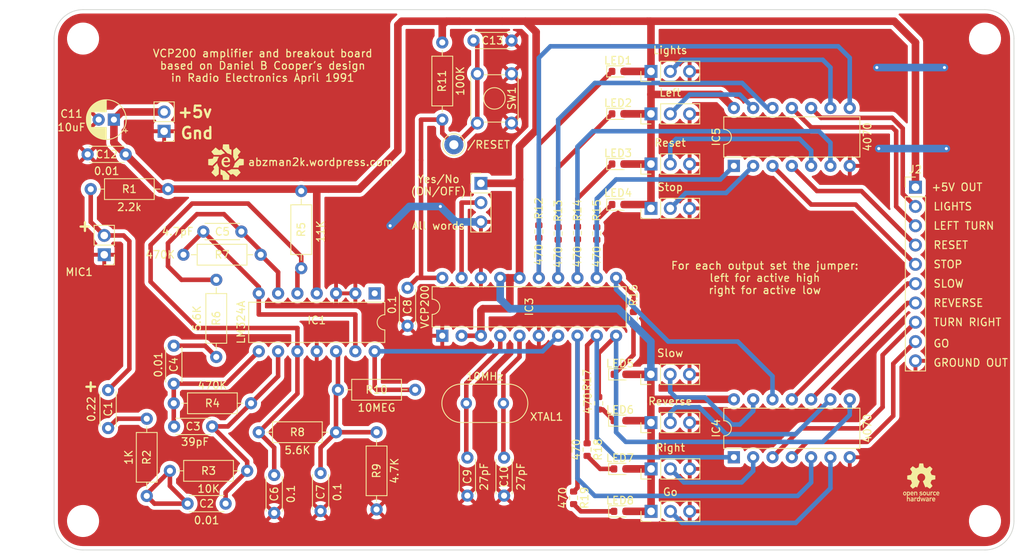
<source format=kicad_pcb>
(kicad_pcb (version 20211014) (generator pcbnew)
  (layers (0 "F.Cu" signal) (31 "B.Cu" signal) (34 "B.Paste" user) (35 "F.Paste" user) (36 "B.SilkS" user "B.Silkscreen") (37 "F.SilkS" user "F.Silkscreen") (38 "B.Mask" user) (39 "F.Mask" user) (44 "Edge.Cuts" user))
  (net 0 "")
  (net 1 "Net-(C1-Pad1)")
  (net 2 "Net-(C1-Pad2)")
  (net 3 "Net-(C2-Pad1)")
  (net 4 "Net-(C2-Pad2)")
  (net 5 "Net-(C3-Pad2)")
  (net 6 "Net-(C4-Pad2)")
  (net 7 "Net-(C5-Pad1)")
  (net 8 "Net-(C5-Pad2)")
  (net 9 "GND")
  (net 10 "Net-(C6-Pad2)")
  (net 11 "Net-(C7-Pad2)")
  (net 12 "Net-(C9-Pad2)")
  (net 13 "Net-(C10-Pad2)")
  (net 14 "+5V")
  (net 16 "Net-(IC1-Pad14)")
  (net 17 "Net-(IC3-Pad8)")
  (net 18 "Net-(IC3-Pad9)")
  (net 19 "Net-(IC3-Pad10)")
  (net 20 "Net-(IC3-Pad11)")
  (net 21 "Net-(IC3-Pad12)")
  (net 22 "Net-(IC3-Pad13)")
  (net 23 "Net-(IC3-Pad19)")
  (net 24 "Net-(IC3-Pad14)")
  (net 25 "/GO{slash}ON-NO")
  (net 26 "/TURN RIGHT{slash}YES-OFF")
  (net 27 "/REVERSE{slash}NOT SURE")
  (net 28 "/SLOW")
  (net 29 "/STOP")
  (net 30 "/TAXI")
  (net 31 "/LEFT TURN")
  (net 32 "/BUCKETS")
  (net 33 "/RESET")
  (net 34 "Net-(IC3-Pad15)")
  (net 35 "Net-(IC4-Pad9)")
  (net 36 "Net-(IC4-Pad13)")
  (net 37 "Net-(IC4-Pad2)")
  (net 38 "Net-(IC5-Pad2)")
  (net 39 "Net-(IC4-Pad6)")
  (net 40 "Net-(IC5-Pad9)")
  (net 41 "Net-(IC5-Pad13)")
  (net 42 "Net-(LED1-Pad1)")
  (net 43 "Net-(IC5-Pad5)")
  (net 44 "Net-(LED2-Pad1)")
  (net 45 "Net-(LED3-Pad1)")
  (net 46 "Net-(LED4-Pad1)")
  (net 47 "Net-(LED5-Pad1)")
  (net 48 "Net-(LED6-Pad1)")
  (net 49 "Net-(LED7-Pad1)")
  (net 50 "Net-(LED8-Pad1)")
  (footprint "Capacitor_THT:C_Disc_D4.3mm_W1.9mm_P5.00mm" (layer "F.Cu") (at 118.359 107.228 -90)
    (fp_text reference "C1")
    (fp_text value "0.22")
  )
  (footprint "Capacitor_THT:C_Disc_D4.3mm_W1.9mm_P5.00mm" (layer "F.Cu") (at 135.885 86.36 180)
    (fp_text reference "C5")
    (fp_text value "4.7pF")
  )
  (footprint "Connector_PinHeader_2.54mm:PinHeader_1x02_P2.54mm_Vertical" (layer "F.Cu") (at 125.725 73.157 180)
    (fp_text reference "J1" hide)
    (fp_text value "Input Power")
  )
  (footprint "LED_SMD:LED_0603_1608Metric" (layer "F.Cu") (at 185.674 117.602)
    (fp_text reference "LED7")
    (fp_text value "LED")
  )
  (footprint "Connector_PinHeader_2.54mm:PinHeader_1x02_P2.54mm_Vertical" (layer "F.Cu") (at 117.851 89.413 180)
    (fp_text reference "MIC1")
    (fp_text value "Microphone")
  )
  (footprint "LED_SMD:LED_0603_1608Metric" (layer "F.Cu") (at 185.674 111.252)
    (fp_text reference "LED6")
    (fp_text value "LED")
  )
  (footprint "MountingHole:MountingHole_3.2mm_M3" (layer "F.Cu") (at 233.68 60.96)
    (fp_text reference "H1" hide)
    (fp_text value "MountingHole")
  )
  (footprint "Capacitor_THT:C_Disc_D4.3mm_W1.9mm_P5.00mm" (layer "F.Cu") (at 140.203 123.404 90)
    (fp_text reference "C6")
    (fp_text value "0.1")
  )
  (footprint "Capacitor_THT:C_Disc_D4.3mm_W1.9mm_P5.00mm" (layer "F.Cu") (at 132.035 112.014 180)
    (fp_text reference "C3")
    (fp_text value "39pF")
  )
  (footprint "Capacitor_THT:C_Disc_D4.3mm_W1.9mm_P5.00mm" (layer "F.Cu") (at 166.41 61.214)
    (fp_text reference "C13")
    (fp_text value "0.1")
  )
  (footprint "Resistor_SMD:R_0603_1608Metric" (layer "F.Cu") (at 175.006 86.36 90)
    (fp_text reference "R12")
    (fp_text value "470")
  )
  (footprint "TestPoint:TestPoint_THTPad_D2.5mm_Drill1.2mm" (layer "F.Cu") (at 163.83 74.93)
    (fp_text reference "/RESET")
    (fp_text value "TestPoint_THTPad_D2.5mm_Drill1.2mm" hide)
  )
  (footprint "MountingHole:MountingHole_3.2mm_M3" (layer "F.Cu") (at 233.68 124.46)
    (fp_text reference "H2" hide)
    (fp_text value "MountingHole")
  )
  (footprint "Resistor_THT:R_Axial_DIN0207_L6.3mm_D2.5mm_P10.16mm_Horizontal" (layer "F.Cu") (at 132.583 102.87 90)
    (fp_text reference "R6")
    (fp_text value "5.6K")
  )
  (footprint "Button_Switch_THT:SW_TH_Tactile_Omron_B3F-10xx" (layer "F.Cu") (at 166.914 72.084 90)
    (fp_text reference "SW1")
    (fp_text value "SW_MEC_5E")
  )
  (footprint "Evan's misc parts:Evan Logo" (layer "F.Cu") (at 133.858 77.216)
    (fp_text reference "G***" hide)
    (fp_text value "LOGO" hide)
  )
  (footprint "Resistor_SMD:R_0603_1608Metric" (layer "F.Cu") (at 180.086 86.551 90)
    (fp_text reference "R14")
    (fp_text value "470")
  )
  (footprint "Resistor_THT:R_Axial_DIN0207_L6.3mm_D2.5mm_P10.16mm_Horizontal" (layer "F.Cu") (at 116.073 80.772)
    (fp_text reference "R1")
    (fp_text value "2.2k")
  )
  (footprint "Package_DIP:DIP-14_W7.62mm" (layer "F.Cu") (at 200.655 116.068 90)
    (fp_text reference "IC4")
    (fp_text value "4070")
  )
  (footprint "Capacitor_THT:C_Disc_D4.3mm_W1.9mm_P5.00mm" (layer "F.Cu") (at 170.434 121.118 90)
    (fp_text reference "C10")
    (fp_text value "27pF")
  )
  (footprint "Resistor_THT:R_Axial_DIN0207_L6.3mm_D2.5mm_P10.16mm_Horizontal" (layer "F.Cu") (at 143.759 91.186 90)
    (fp_text reference "R5")
    (fp_text value "11K")
  )
  (footprint "Connector_PinHeader_2.54mm:PinHeader_1x03_P2.54mm_Vertical" (layer "F.Cu") (at 167.386 80.01)
    (fp_text reference "JU1" hide)
    (fp_text value "MODE" hide)
  )
  (footprint "LED_SMD:LED_0603_1608Metric" (layer "F.Cu") (at 185.674 123.19)
    (fp_text reference "LED8")
    (fp_text value "LED")
  )
  (footprint "Resistor_SMD:R_0603_1608Metric" (layer "F.Cu") (at 182.88 108.966 -90)
    (fp_text reference "R17")
    (fp_text value "470")
  )
  (footprint "Resistor_THT:R_Axial_DIN0207_L6.3mm_D2.5mm_P10.16mm_Horizontal" (layer "F.Cu") (at 148.585 107.188)
    (fp_text reference "R10")
    (fp_text value "10MEG")
  )
  (footprint "Resistor_THT:R_Axial_DIN0207_L6.3mm_D2.5mm_P10.16mm_Horizontal" (layer "F.Cu") (at 126.487 117.856)
    (fp_text reference "R3")
    (fp_text value "10K")
  )
  (footprint "Connector_PinHeader_2.54mm:PinHeader_1x10_P2.54mm_Vertical" (layer "F.Cu") (at 224.536 80.518)
    (fp_text reference "J2")
    (fp_text value "Output")
  )
  (footprint "Package_DIP:DIP-14_W7.62mm" (layer "F.Cu") (at 200.655 77.714 90)
    (fp_text reference "IC5")
    (fp_text value "4070")
  )
  (footprint "LED_SMD:LED_0603_1608Metric" (layer "F.Cu") (at 185.674 105.156)
    (fp_text reference "LED5")
    (fp_text value "LED")
  )
  (footprint "MountingHole:MountingHole_3.2mm_M3" (layer "F.Cu") (at 115.062 60.96)
    (fp_text reference "H3" hide)
    (fp_text value "MountingHole")
  )
  (footprint "Connector_PinHeader_2.54mm:PinHeader_1x03_P2.54mm_Vertical" (layer "F.Cu") (at 189.753 83.312 90)
    (fp_text reference "JU7" hide)
    (fp_text value "Stop")
  )
  (footprint "MountingHole:MountingHole_3.2mm_M3" (layer "F.Cu") (at 115.062 124.46)
    (fp_text reference "H4" hide)
    (fp_text value "MountingHole")
  )
  (footprint "LED_SMD:LED_0603_1608Metric" (layer "F.Cu") (at 185.42 77.47)
    (fp_text reference "LED3")
    (fp_text value "LED")
  )
  (footprint "Resistor_SMD:R_0603_1608Metric" (layer "F.Cu") (at 182.626 86.614 90)
    (fp_text reference "R15")
    (fp_text value "470")
  )
  (footprint "Crystal:Crystal_HC49-U_Vertical" (layer "F.Cu") (at 170.344 108.966 180)
    (fp_text reference "XTAL1")
    (fp_text value "10MHz")
  )
  (footprint "Connector_PinHeader_2.54mm:PinHeader_1x03_P2.54mm_Vertical" (layer "F.Cu") (at 189.768 117.602 90)
    (fp_text reference "JU4" hide)
    (fp_text value "Right")
  )
  (footprint "LED_SMD:LED_0603_1608Metric" (layer "F.Cu") (at 185.42 82.804)
    (fp_text reference "LED4")
    (fp_text value "LED")
  )
  (footprint "Evan's misc parts:OSHW gear" (layer "F.Cu") (at 225.298 119.38)
    (fp_text reference "G***" hide)
    (fp_text value "LOGO" hide)
  )
  (footprint "LED_SMD:LED_0603_1608Metric" (layer "F.Cu") (at 185.42 65.278)
    (fp_text reference "LED1")
    (fp_text value "LED")
  )
  (footprint "Capacitor_THT:CP_Radial_D5.0mm_P2.00mm" (layer "F.Cu") (at 119.121 71.628 180)
    (fp_text reference "C11")
    (fp_text value "10uF")
  )
  (footprint "Resistor_SMD:R_0603_1608Metric" (layer "F.Cu") (at 187.452 97.79 -90)
    (fp_text reference "R16")
    (fp_text value "470")
  )
  (footprint "Connector_PinHeader_2.54mm:PinHeader_1x03_P2.54mm_Vertical" (layer "F.Cu") (at 189.738 105.156 90)
    (fp_text reference "JU6" hide)
    (fp_text value "Slow")
  )
  (footprint "Connector_PinHeader_2.54mm:PinHeader_1x03_P2.54mm_Vertical" (layer "F.Cu") (at 189.753 77.47 90)
    (fp_text reference "JU8" hide)
    (fp_text value "Reset")
  )
  (footprint "Resistor_THT:R_Axial_DIN0207_L6.3mm_D2.5mm_P10.16mm_Horizontal" (layer "F.Cu") (at 138.425 89.408 180)
    (fp_text reference "R7")
    (fp_text value "470K")
  )
  (footprint "Resistor_SMD:R_0603_1608Metric" (layer "F.Cu") (at 177.546 86.614 90)
    (fp_text reference "R13")
    (fp_text value "470")
  )
  (footprint "Package_DIP:DIP-20_W7.62mm" (layer "F.Cu") (at 162.306 100.076 90)
    (fp_text reference "IC3")
    (fp_text value "VCP200")
  )
  (footprint "Connector_PinHeader_2.54mm:PinHeader_1x03_P2.54mm_Vertical" (layer "F.Cu") (at 189.753 70.866 90)
    (fp_text reference "JU9" hide)
    (fp_text value "Left")
  )
  (footprint "Capacitor_THT:C_Disc_D4.3mm_W1.9mm_P5.00mm" (layer "F.Cu") (at 115.665887 76.2)
    (fp_text reference "C12")
    (fp_text value "0.01")
  )
  (footprint "Package_DIP:DIP-14_W7.62mm" (layer "F.Cu") (at 153.416 94.498 -90)
    (fp_text reference "IC1")
    (fp_text value "LM324A")
  )
  (footprint "LED_SMD:LED_0603_1608Metric" (layer "F.Cu") (at 185.42 70.866)
    (fp_text reference "LED2")
    (fp_text value "LED")
  )
  (footprint "Resistor_SMD:R_0603_1608Metric" (layer "F.Cu") (at 179.578 121.412 -90)
    (fp_text reference "R19")
    (fp_text value "470")
  )
  (footprint "Connector_PinHeader_2.54mm:PinHeader_1x03_P2.54mm_Vertical" (layer "F.Cu") (at 189.768 123.19 90)
    (fp_text reference "JU3" hide)
    (fp_text value "Go")
  )
  (footprint "Resistor_THT:R_Axial_DIN0207_L6.3mm_D2.5mm_P10.16mm_Horizontal" (layer "F.Cu") (at 162.306 71.628 90)
    (fp_text reference "R11")
    (fp_text value "100K")
  )
  (footprint "Resistor_THT:R_Axial_DIN0207_L6.3mm_D2.5mm_P10.16mm_Horizontal" (layer "F.Cu") (at 137.155 108.966 180)
    (fp_text reference "R4")
    (fp_text value "470K")
  )
  (footprint "Capacitor_THT:C_Disc_D4.3mm_W1.9mm_P5.00mm" (layer "F.Cu") (at 146.299 123.15 90)
    (fp_text reference "C7")
    (fp_text value "0.1")
  )
  (footprint "Connector_PinHeader_2.54mm:PinHeader_1x03_P2.54mm_Vertical" (layer "F.Cu") (at 189.753 111.506 90)
    (fp_text reference "JU5" hide)
    (fp_text value "Reverse")
  )
  (footprint "Connector_PinHeader_2.54mm:PinHeader_1x03_P2.54mm_Vertical" (layer "F.Cu") (at 189.753 65.278 90)
    (fp_text reference "JU10" hide)
    (fp_text value "Lights")
  )
  (footprint "Resistor_THT:R_Axial_DIN0207_L6.3mm_D2.5mm_P10.16mm_Horizontal" (layer "F.Cu") (at 138.171 112.776)
    (fp_text reference "R8")
    (fp_text value "5.6K")
  )
  (footprint "Resistor_THT:R_Axial_DIN0207_L6.3mm_D2.5mm_P10.16mm_Horizontal" (layer "F.Cu") (at 153.665 122.936 90)
    (fp_text reference "R9")
    (fp_text value "4.7K")
  )
  (footprint "Capacitor_THT:C_Disc_D4.3mm_W1.9mm_P5.00mm" (layer "F.Cu") (at 165.608 121.118 90)
    (fp_text reference "C9")
    (fp_text value "27pF")
  )
  (footprint "Capacitor_THT:C_Disc_D4.3mm_W1.9mm_P5.00mm" (layer "F.Cu") (at 126.995 106.386 90)
    (fp_text reference "C4")
    (fp_text value "0.01")
  )
  (footprint "Capacitor_THT:C_Disc_D4.3mm_W1.9mm_P5.00mm" (layer "F.Cu") (at 128.813 122.174)
    (fp_text reference "C2")
    (fp_text value "0.01")
  )
  (footprint "Resistor_SMD:R_0603_1608Metric" (layer "F.Cu") (at 181.356 115.062 -90)
    (fp_text reference "R18")
    (fp_text value "470")
  )
  (footprint "Resistor_THT:R_Axial_DIN0207_L6.3mm_D2.5mm_P10.16mm_Horizontal" (layer "F.Cu") (at 123.439 110.998 -90)
    (fp_text reference "R2")
    (fp_text value "1K")
  )
  (footprint "Capacitor_THT:C_Disc_D4.3mm_W1.9mm_P5.00mm" (layer "F.Cu") (at 157.734 98.766 90)
    (fp_text reference "C8")
    (fp_text value "0.1")
  )
  (gr_arc (start 115.062 128.27) (mid 112.367923 127.154077) (end 111.252 124.46) (layer "Edge.Cuts") (width 0.1))
  (gr_line (start 237.49 124.46) (end 237.49 60.96) (layer "Edge.Cuts") (width 0.1))
  (gr_line (start 115.062 57.15) (end 233.68 57.15) (layer "Edge.Cuts") (width 0.1))
  (gr_arc (start 111.252 60.96) (mid 112.367923 58.265923) (end 115.062 57.15) (layer "Edge.Cuts") (width 0.1))
  (gr_arc (start 237.49 124.46) (mid 236.374077 127.154077) (end 233.68 128.27) (layer "Edge.Cuts") (width 0.1))
  (gr_line (start 111.252 60.96) (end 111.252 124.46) (layer "Edge.Cuts") (width 0.1))
  (gr_line (start 115.062 128.27) (end 233.68 128.27) (layer "Edge.Cuts") (width 0.1))
  (gr_arc (start 233.68 57.15) (mid 236.374077 58.265923) (end 237.49 60.96) (layer "Edge.Cuts") (width 0.1))
  (gr_text "SLOW" (at 226.822 93.218) (layer "F.SilkS") (effects (font (size 1 1)) (justify left)))
  (gr_text "RESET" (at 226.822 88.138) (layer "F.SilkS") (effects (font (size 1 1)) (justify left)))
  (gr_text "+5v" (at 129.789 70.612) (layer "F.SilkS") (effects (font (size 1.5 1.5) (thickness 0.3))))
  (gr_text "+5V OUT" (at 226.568 80.518) (layer "F.SilkS") (effects (font (size 1 1)) (justify left)))
  (gr_text "Gnd" (at 130.043 73.406) (layer "F.SilkS") (effects (font (size 1.5 1.5) (thickness 0.3))))
  (gr_text "STOP" (at 226.822 90.678) (layer "F.SilkS") (effects (font (size 1 1)) (justify left)))
  (gr_text "GROUND OUT" (at 226.822 103.632) (layer "F.SilkS") (effects (font (size 1 1)) (justify left)))
  (gr_text "GO" (at 226.822 101.092) (layer "F.SilkS") (effects (font (size 1 1)) (justify left)))
  (gr_text "LEFT TURN" (at 226.822 85.598) (layer "F.SilkS") (effects (font (size 1 1)) (justify left)))
  (gr_text "TURN RIGHT" (at 226.822 98.298) (layer "F.SilkS") (effects (font (size 1 1)) (justify left)))
  (gr_text "For each output set the jumper:\nleft for active high\nright for active low" (at 204.724 92.456) (layer "F.SilkS") (effects (font (size 1 1))))
  (gr_text "Yes/No\n(ON/OFF)" (at 161.798 80.264) (layer "F.SilkS") (effects (font (size 1 1))))
  (gr_text "REVERSE" (at 226.822 95.758) (layer "F.SilkS") (effects (font (size 1 1)) (justify left)))
  (gr_text "VCP200 amplifier and breakout board\nbased on Daniel B Cooper's design\nin Radio Electronics April 1991" (at 138.684 64.516) (layer "F.SilkS") (effects (font (size 1 1))))
  (gr_text "+" (at 116.073 106.68) (layer "F.SilkS") (effects (font (size 1.5 1.5) (thickness 0.3))))
  (gr_text "LIGHTS" (at 226.822 83.058) (layer "F.SilkS") (effects (font (size 1 1)) (justify left)))
  (gr_text "abzman2k.wordpress.com" (at 146.304 77.216) (layer "F.SilkS") (effects (font (size 1 1))))
  (gr_text "All words" (at 161.798 85.598) (layer "F.SilkS") (effects (font (size 1 1))))
  (gr_text "+" (at 115.311 85.598) (layer "F.SilkS") (effects (font (size 1.5 1.5) (thickness 0.3))))
  (segment (start 116.073 85.095) (end 117.851 86.873) (width 0.6) (layer "F.Cu") (net 1))
  (segment (start 120.396 86.873) (end 121.153 87.63) (width 0.6) (layer "F.Cu") (net 1))
  (segment (start 121.153 104.434) (end 118.359 107.228) (width 0.6) (layer "F.Cu") (net 1))
  (segment (start 117.851 86.873) (end 120.396 86.873) (width 0.6) (layer "F.Cu") (net 1))
  (segment (start 121.153 87.63) (end 121.153 104.434) (width 0.6) (layer "F.Cu") (net 1))
  (segment (start 116.073 80.772) (end 116.073 85.095) (width 0.6) (layer "F.Cu") (net 1))
  (segment (start 123.439 110.998) (end 119.589 110.998) (width 0.6) (layer "F.Cu") (net 2))
  (segment (start 119.589 110.998) (end 118.359 112.228) (width 0.6) (layer "F.Cu") (net 2))
  (segment (start 126.487 117.856) (end 126.487 119.848) (width 0.6) (layer "F.Cu") (net 3))
  (segment (start 124.455 122.174) (end 123.439 121.158) (width 0.6) (layer "F.Cu") (net 3))
  (segment (start 126.487 119.848) (end 128.813 122.174) (width 0.6) (layer "F.Cu") (net 3))
  (segment (start 123.439 120.904) (end 126.487 117.856) (width 0.6) (layer "F.Cu") (net 3))
  (segment (start 128.813 122.174) (end 124.455 122.174) (width 0.6) (layer "F.Cu") (net 3))
  (segment (start 123.439 121.158) (end 123.439 120.904) (width 0.6) (layer "F.Cu") (net 3))
  (segment (start 133.813 120.69) (end 136.647 117.856) (width 0.6) (layer "F.Cu") (net 4))
  (segment (start 140.716 105.405) (end 137.155 108.966) (width 0.6) (layer "F.Cu") (net 4))
  (segment (start 136.647 116.626) (end 132.035 112.014) (width 0.6) (layer "F.Cu") (net 4))
  (segment (start 140.716 102.118) (end 140.716 105.405) (width 0.6) (layer "F.Cu") (net 4))
  (segment (start 136.647 117.856) (end 136.647 116.626) (width 0.6) (layer "F.Cu") (net 4))
  (segment (start 133.813 122.174) (end 133.813 120.69) (width 0.6) (layer "F.Cu") (net 4))
  (segment (start 134.107 112.014) (end 137.155 108.966) (width 0.6) (layer "F.Cu") (net 4))
  (segment (start 132.035 112.014) (end 134.107 112.014) (width 0.6) (layer "F.Cu") (net 4))
  (segment (start 126.995 111.974) (end 127.035 112.014) (width 0.6) (layer "F.Cu") (net 5))
  (segment (start 133.908 106.386) (end 138.176 102.118) (width 0.6) (layer "F.Cu") (net 5))
  (segment (start 126.995 106.386) (end 133.908 106.386) (width 0.6) (layer "F.Cu") (net 5))
  (segment (start 126.995 106.386) (end 126.995 108.966) (width 0.6) (layer "F.Cu") (net 5))
  (segment (start 126.995 108.966) (end 126.995 111.974) (width 0.6) (layer "F.Cu") (net 5))
  (segment (start 126.995 101.386) (end 131.099 101.386) (width 0.6) (layer "F.Cu") (net 6))
  (segment (start 131.099 101.386) (end 132.583 102.87) (width 0.6) (layer "F.Cu") (net 6))
  (segment (start 132.583 92.71) (end 128.011 92.71) (width 0.6) (layer "F.Cu") (net 7))
  (segment (start 140.716 94.498) (end 140.716 91.699) (width 0.6) (layer "F.Cu") (net 7))
  (segment (start 133.599 84.074) (end 135.885 86.36) (width 0.6) (layer "F.Cu") (net 7))
  (segment (start 140.716 91.699) (end 138.425 89.408) (width 0.6) (layer "F.Cu") (net 7))
  (segment (start 128.011 92.71) (end 126.233 90.932) (width 0.6) (layer "F.Cu") (net 7))
  (segment (start 138.425 88.9) (end 135.885 86.36) (width 0.6) (layer "F.Cu") (net 7))
  (segment (start 130.043 84.074) (end 133.599 84.074) (width 0.6) (layer "F.Cu") (net 7))
  (segment (start 138.425 89.408) (end 138.425 88.9) (width 0.6) (layer "F.Cu") (net 7))
  (segment (start 126.233 90.932) (end 126.233 87.884) (width 0.6) (layer "F.Cu") (net 7))
  (segment (start 126.233 87.884) (end 130.043 84.074) (width 0.6) (layer "F.Cu") (net 7))
  (segment (start 150.876 97.287) (end 150.876 102.118) (width 0.6) (layer "F.Cu") (net 8))
  (segment (start 130.885 86.36) (end 138.176 93.651) (width 0.6) (layer "F.Cu") (net 8))
  (segment (start 128.265 89.408) (end 128.265 88.98) (width 0.6) (layer "F.Cu") (net 8))
  (segment (start 128.265 88.98) (end 130.885 86.36) (width 0.6) (layer "F.Cu") (net 8))
  (segment (start 138.176 93.651) (end 138.176 94.498) (width 0.6) (layer "F.Cu") (net 8))
  (segment (start 138.176 97.277) (end 150.866 97.277) (width 0.6) (layer "F.Cu") (net 8))
  (segment (start 150.866 97.277) (end 150.876 97.287) (width 0.6) (layer "F.Cu") (net 8))
  (segment (start 138.176 94.498) (end 138.176 97.277) (width 0.6) (layer "F.Cu") (net 8))
  (via (at 228.346 64.77) (size 0.8) (drill 0.4) (layers "F.Cu" "B.Cu") (net 9))
  (via (at 219.456 64.77) (size 0.8) (drill 0.4) (layers "F.Cu" "B.Cu") (net 9))
  (via (at 228.6 75.438) (size 0.8) (drill 0.4) (layers "F.Cu" "B.Cu") (net 9))
  (via (at 219.71 75.438) (size 0.8) (drill 0.4) (layers "F.Cu" "B.Cu") (net 9))
  (via (at 162.052 83.058) (size 0.8) (drill 0.4) (layers "F.Cu" "B.Cu") (net 9))
  (via (at 155.448 85.598) (size 0.8) (drill 0.4) (layers "F.Cu" "B.Cu") (net 9))
  (segment (start 157.988 83.058) (end 155.448 85.598) (width 1) (layer "B.Cu") (net 9))
  (segment (start 219.71 75.438) (end 228.6 75.438) (width 1) (layer "B.Cu") (net 9))
  (segment (start 162.052 83.058) (end 157.988 83.058) (width 1) (layer "B.Cu") (net 9))
  (segment (start 219.456 64.77) (end 228.346 64.77) (width 1) (layer "B.Cu") (net 9))
  (segment (start 167.386 85.09) (end 164.084 85.09) (width 1) (layer "B.Cu") (net 9))
  (segment (start 164.084 85.09) (end 162.052 83.058) (width 1) (layer "B.Cu") (net 9))
  (segment (start 136.774 82.677) (end 143.759 89.662) (width 0.6) (layer "F.Cu") (net 10))
  (segment (start 138.171 112.776) (end 143.256 107.691) (width 0.6) (layer "F.Cu") (net 10))
  (segment (start 143.256 107.691) (end 143.256 102.118) (width 0.6) (layer "F.Cu") (net 10))
  (segment (start 143.256 91.689) (end 143.759 91.186) (width 0.6) (layer "F.Cu") (net 10))
  (segment (start 123.947 92.964) (end 123.947 88.138) (width 0.6) (layer "F.Cu") (net 10))
  (segment (start 123.947 88.138) (end 129.408 82.677) (width 0.6) (layer "F.Cu") (net 10))
  (segment (start 143.256 94.498) (end 143.256 91.689) (width 0.6) (layer "F.Cu") (net 10))
  (segment (start 143.256 99.065) (end 143.251 99.06) (width 0.6) (layer "F.Cu") (net 10))
  (segment (start 140.203 118.404) (end 140.203 114.808) (width 0.6) (layer "F.Cu") (net 10))
  (segment (start 143.759 89.662) (end 143.759 91.186) (width 0.6) (layer "F.Cu") (net 10))
  (segment (start 129.408 82.677) (end 136.774 82.677) (width 0.6) (layer "F.Cu") (net 10))
  (segment (start 143.251 99.06) (end 130.043 99.06) (width 0.6) (layer "F.Cu") (net 10))
  (segment (start 143.256 102.118) (end 143.256 99.065) (width 0.6) (layer "F.Cu") (net 10))
  (segment (start 130.043 99.06) (end 123.947 92.964) (width 0.6) (layer "F.Cu") (net 10))
  (segment (start 140.203 114.808) (end 138.171 112.776) (width 0.6) (layer "F.Cu") (net 10))
  (segment (start 148.585 107.188) (end 148.585 102.367) (width 0.6) (layer "F.Cu") (net 11))
  (segment (start 146.299 118.15) (end 146.299 114.808) (width 0.6) (layer "F.Cu") (net 11))
  (segment (start 148.585 102.367) (end 148.336 102.118) (width 0.6) (layer "F.Cu") (net 11))
  (segment (start 153.665 112.776) (end 148.331 112.776) (width 0.6) (layer "F.Cu") (net 11))
  (segment (start 148.331 112.776) (end 148.331 107.442) (width 0.6) (layer "F.Cu") (net 11))
  (segment (start 146.299 114.808) (end 148.331 112.776) (width 0.6) (layer "F.Cu") (net 11))
  (segment (start 148.331 107.442) (end 148.585 107.188) (width 0.6) (layer "F.Cu") (net 11))
  (segment (start 165.464 106.316) (end 169.926 101.854) (width 0.6) (layer "F.Cu") (net 12))
  (segment (start 165.464 115.974) (end 165.608 116.118) (width 0.6) (layer "F.Cu") (net 12))
  (segment (start 165.464 108.966) (end 165.464 106.316) (width 0.6) (layer "F.Cu") (net 12))
  (segment (start 165.464 108.966) (end 165.464 115.974) (width 0.6) (layer "F.Cu") (net 12))
  (segment (start 169.926 101.854) (end 169.926 100.076) (width 0.6) (layer "F.Cu") (net 12))
  (segment (start 170.344 108.966) (end 170.344 116.028) (width 0.6) (layer "F.Cu") (net 13))
  (segment (start 170.344 116.028) (end 170.434 116.118) (width 0.6) (layer "F.Cu") (net 13))
  (segment (start 170.344 104.992) (end 172.466 102.87) (width 0.6) (layer "F.Cu") (net 13))
  (segment (start 170.344 108.966) (end 170.344 104.992) (width 0.6) (layer "F.Cu") (net 13))
  (segment (start 172.466 102.87) (end 172.466 100.076) (width 0.6) (layer "F.Cu") (net 13))
  (segment (start 170.18 58.674) (end 164.592 58.674) (width 1) (layer "F.Cu") (net 14))
  (segment (start 189.753 65.278) (end 189.753 68.311) (width 1) (layer "F.Cu") (net 14))
  (segment (start 189.738 108.712) (end 189.738 111.491) (width 1) (layer "F.Cu") (net 14))
  (segment (start 162.306 61.468) (end 162.306 59.182) (width 1) (layer "F.Cu") (net 14))
  (segment (start 200.655 70.094) (end 198.872 68.311) (width 1) (layer "F.Cu") (net 14))
  (segment (start 126.233 80.772) (end 125.237887 80.772) (width 1) (layer "F.Cu") (net 14))
  (segment (start 189.245 82.804) (end 189.753 83.312) (width 1) (layer "F.Cu") (net 14))
  (segment (start 186.4615 123.19) (end 189.768 123.19) (width 1) (layer "F.Cu") (net 14))
  (segment (start 189.753 68.311) (end 189.753 70.866) (width 1) (layer "F.Cu") (net 14))
  (segment (start 186.2075 65.278) (end 189.753 65.278) (width 1) (layer "F.Cu") (net 14))
  (segment (start 119.121 71.628) (end 119.121 73.914) (width 1) (layer "F.Cu") (net 14))
  (segment (start 189.753 70.866) (end 189.753 77.47) (width 1) (layer "F.Cu") (net 14))
  (segment (start 189.753 58.689) (end 189.753 65.278) (width 1) (layer "F.Cu") (net 14))
  (segment (start 171.958 80.01) (end 172.466 79.502) (width 1) (layer "F.Cu") (net 14))
  (segment (start 189.738 105.156) (end 189.738 108.712) (width 1) (layer "F.Cu") (net 14))
  (segment (start 167.386 80.01) (end 171.958 80.01) (width 1) (layer "F.Cu") (net 14))
  (segment (start 145.796 81.026) (end 146.05 80.772) (width 1) (layer "F.Cu") (net 14))
  (segment (start 162.306 59.182) (end 162.814 58.674) (width 1) (layer "F.Cu") (net 14))
  (segment (start 186.4615 105.156) (end 189.738 105.156) (width 1) (layer "F.Cu") (net 14))
  (segment (start 151.384 80.772) (end 156.464 75.692) (width 1) (layer "F.Cu") (net 14))
  (segment (start 186.2075 77.47) (end 189.753 77.47) (width 1) (layer "F.Cu") (net 14))
  (segment (start 221.742 58.674) (end 224.536 61.468) (width 1) (layer "F.Cu") (net 14))
  (segment (start 189.23 58.674) (end 189.738 58.674) (width 1) (layer "F.Cu") (net 14))
  (segment (start 173.228 58.674) (end 174.647511 60.093511) (width 1) (layer "F.Cu") (net 14))
  (segment (start 170.942 92.456) (end 172.466 92.456) (width 1) (layer "F.Cu") (net 14))
  (segment (start 174.647511 60.093511) (end 174.647511 73.002489) (width 1) (layer "F.Cu") (net 14))
  (segment (start 145.029 80.772) (end 146.05 80.772) (width 1) (layer "F.Cu") (net 14))
  (segment (start 173.228 58.674) (end 184.404 58.674) (width 1) (layer "F.Cu") (net 14))
  (segment (start 198.872 68.311) (end 189.753 68.311) (width 1) (layer "F.Cu") (net 14))
  (segment (start 156.464 75.692) (end 156.464 59.182) (width 1) (layer "F.Cu") (net 14))
  (segment (start 164.592 58.674) (end 162.814 58.674) (width 1) (layer "F.Cu") (net 14))
  (segment (start 224.536 61.468) (end 224.536 80.518) (width 1) (layer "F.Cu") (net 14))
  (segment (start 186.2075 70.866) (end 189.753 70.866) (width 1) (layer "F.Cu") (net 14))
  (segment (start 126.233 80.772) (end 145.029 80.772) (width 1) (layer "F.Cu") (net 14))
  (segment (start 171.196 93.218) (end 171.196 92.71) (width 1) (layer "F.Cu") (net 14))
  (segment (start 119.121 74.655113) (end 120.665887 76.2) (width 1) (layer "F.Cu") (net 14))
  (segment (start 169.926 92.456) (end 170.942 92.456) (width 1) (layer "F.Cu") (net 14))
  (segment (start 156.464 59.182) (end 156.972 58.674) (width 1) (layer "F.Cu") (net 14))
  (segment (start 145.796 94.498) (end 145.796 81.026) (width 1) (layer "F.Cu") (net 14))
  (segment (start 167.386 96.774) (end 167.386 100.076) (width 1) (layer "F.Cu") (net 14))
  (segment (start 184.404 58.674) (end 189.23 58.674) (width 1) (layer "F.Cu") (net 14))
  (segment (start 189.738 58.674) (end 189.753 58.689) (width 1) (layer "F.Cu") (net 14))
  (segment (start 189.499 111.252) (end 189.753 111.506) (width 1) (layer "F.Cu") (net 14))
  (segment (start 190.002 108.448) (end 189.738 108.712) (width 1) (layer "F.Cu") (net 14))
  (segment (start 167.386 100.076) (end 164.846 100.076) (width 0.6) (layer "F.Cu") (net 14))
  (segment (start 119.121 73.914) (end 119.121 74.655113) (width 1) (layer "F.Cu") (net 14))
  (segment (start 172.466 79.502) (end 172.466 92.456) (width 1) (layer "F.Cu") (net 14))
  (segment (start 125.725 70.617) (end 120.132 70.617) (width 1) (layer "F.Cu") (net 14))
  (segment (start 189.768 111.521) (end 189.753 111.506) (width 1) (layer "F.Cu") (net 14))
  (segment (start 171.196 92.71) (end 170.942 92.456) (width 1) (layer "F.Cu") (net 14))
  (segment (start 189.738 111.491) (end 189.753 111.506) (width 1) (layer "F.Cu") (net 14))
  (segment (start 125.237887 80.772) (end 120.665887 76.2) (width 1) (layer "F.Cu") (net 14))
  (segment (start 186.2075 82.804) (end 189.245 82.804) (width 1) (layer "F.Cu") (net 14))
  (segment (start 171.196 96.52) (end 171.196 93.218) (width 1) (layer "F.Cu") (net 14))
  (segment (start 186.4615 111.252) (end 189.499 111.252) (width 1) (layer "F.Cu") (net 14))
  (segment (start 174.647511 73.002489) (end 172.466 75.184) (width 1) (layer "F.Cu") (net 14))
  (segment (start 186.4615 117.602) (end 189.768 117.602) (width 1) (layer "F.Cu") (net 14))
  (segment (start 171.196 96.52) (end 167.64 96.52) (width 1) (layer "F.Cu") (net 14))
  (segment (start 120.132 70.617) (end 119.121 71.628) (width 1) (layer "F.Cu") (net 14))
  (segment (start 189.753 77.47) (end 189.753 83.312) (width 1) (layer "F.Cu") (net 14))
  (segment (start 189.768 123.19) (end 189.768 117.602) (width 1) (layer "F.Cu") (net 14))
  (segment (start 221.742 58.674) (end 189.23 58.674) (width 1) (layer "F.Cu") (net 14))
  (segment (start 200.655 108.448) (end 190.002 108.448) (width 1) (layer "F.Cu") (net 14))
  (segment (start 170.18 58.674) (end 173.228 58.674) (width 1) (layer "F.Cu") (net 14))
  (segment (start 156.972 58.674) (end 164.592 58.674) (width 1) (layer "F.Cu") (net 14))
  (segment (start 167.64 96.52) (end 167.386 96.774) (width 1) (layer "F.Cu") (net 14))
  (segment (start 147.32 80.772) (end 151.384 80.772) (width 1) (layer "F.Cu") (net 14))
  (segment (start 172.466 75.184) (end 172.466 79.502) (width 1) (layer "F.Cu") (net 14))
  (segment (start 189.768 117.602) (end 189.768 111.521) (width 1) (layer "F.Cu") (net 14))
  (segment (start 146.05 80.772) (end 147.32 80.772) (width 1) (layer "F.Cu") (net 14))
  (segment (start 169.926 95.25) (end 169.926 92.456) (width 1) (layer "B.Cu") (net 14))
  (segment (start 189.738 100.838) (end 185.42 96.52) (width 1) (layer "B.Cu") (net 14))
  (segment (start 189.738 105.156) (end 189.738 100.838) (width 1) (layer "B.Cu") (net 14))
  (segment (start 185.42 96.52) (end 171.196 96.52) (width 1) (layer "B.Cu") (net 14))
  (segment (start 171.196 96.52) (end 169.926 95.25) (width 1) (layer "B.Cu") (net 14))
  (segment (start 153.665 107.188) (end 158.745 107.188) (width 0.6) (layer "F.Cu") (net 16))
  (segment (start 153.416 106.939) (end 153.665 107.188) (width 0.6) (layer "F.Cu") (net 16))
  (segment (start 153.416 102.118) (end 153.416 106.939) (width 0.6) (layer "F.Cu") (net 16))
  (segment (start 177.546 100.076) (end 175.504 102.118) (width 0.6) (layer "B.Cu") (net 16))
  (segment (start 175.504 102.118) (end 153.416 102.118) (width 0.6) (layer "B.Cu") (net 16))
  (segment (start 180.086 120.079) (end 180.086 100.076) (width 0.6) (layer "F.Cu") (net 17))
  (segment (start 179.578 120.587) (end 180.086 120.079) (width 0.6) (layer "F.Cu") (net 17))
  (segment (start 180.086 100.076) (end 180.086 118.872) (width 0.6) (layer "B.Cu") (net 17))
  (segment (start 209.042 121.158) (end 182.372 121.158) (width 0.6) (layer "B.Cu") (net 17))
  (segment (start 210.815 119.385) (end 210.815 116.068) (width 0.6) (layer "B.Cu") (net 17))
  (segment (start 180.086 118.872) (end 182.372 121.158) (width 0.6) (layer "B.Cu") (net 17))
  (segment (start 209.042 121.158) (end 210.815 119.385) (width 0.6) (layer "B.Cu") (net 17))
  (segment (start 181.356 101.346) (end 182.626 100.076) (width 0.6) (layer "F.Cu") (net 18))
  (segment (start 181.356 114.237) (end 181.356 101.346) (width 0.6) (layer "F.Cu") (net 18))
  (segment (start 182.626 100.076) (end 182.626 113.538) (width 0.6) (layer "B.Cu") (net 18))
  (segment (start 185.176 116.068) (end 200.655 116.068) (width 0.6) (layer "B.Cu") (net 18))
  (segment (start 185.166 116.078) (end 185.176 116.068) (width 0.6) (layer "B.Cu") (net 18))
  (segment (start 182.626 113.538) (end 185.166 116.078) (width 0.6) (layer "B.Cu") (net 18))
  (segment (start 182.88 102.362) (end 185.166 100.076) (width 0.6) (layer "F.Cu") (net 19))
  (segment (start 182.88 108.141) (end 182.88 102.362) (width 0.6) (layer "F.Cu") (net 19))
  (segment (start 212.344 114.046) (end 215.895 110.495) (width 0.6) (layer "B.Cu") (net 19))
  (segment (start 185.166 112.776) (end 186.436 114.046) (width 0.6) (layer "B.Cu") (net 19))
  (segment (start 215.895 110.495) (end 215.895 108.448) (width 0.6) (layer "B.Cu") (net 19))
  (segment (start 185.166 100.076) (end 185.166 112.776) (width 0.6) (layer "B.Cu") (net 19))
  (segment (start 212.344 114.046) (end 186.436 114.046) (width 0.6) (layer "B.Cu") (net 19))
  (segment (start 187.452 94.742) (end 185.166 92.456) (width 0.6) (layer "F.Cu") (net 20))
  (segment (start 187.452 96.965) (end 187.452 94.742) (width 0.6) (layer "F.Cu") (net 20))
  (segment (start 185.166 93.98) (end 185.166 92.456) (width 0.6) (layer "B.Cu") (net 20))
  (segment (start 205.735 105.405) (end 201.168 100.838) (width 0.6) (layer "B.Cu") (net 20))
  (segment (start 205.735 108.448) (end 205.735 105.405) (width 0.6) (layer "B.Cu") (net 20))
  (segment (start 201.168 100.838) (end 192.024 100.838) (width 0.6) (layer "B.Cu") (net 20))
  (segment (start 192.024 100.838) (end 185.166 93.98) (width 0.6) (layer "B.Cu") (net 20))
  (segment (start 182.626 87.439) (end 182.626 92.456) (width 0.6) (layer "F.Cu") (net 21))
  (segment (start 200.655 77.714) (end 198.867 79.502) (width 0.6) (layer "B.Cu") (net 21))
  (segment (start 182.626 82.042) (end 182.626 92.456) (width 0.6) (layer "B.Cu") (net 21))
  (segment (start 185.166 79.502) (end 182.626 82.042) (width 0.6) (layer "B.Cu") (net 21))
  (segment (start 198.867 79.502) (end 185.166 79.502) (width 0.6) (layer "B.Cu") (net 21))
  (segment (start 180.086 87.376) (end 180.086 92.456) (width 0.6) (layer "F.Cu") (net 22))
  (segment (start 180.086 75.184) (end 182.118 73.152) (width 0.6) (layer "B.Cu") (net 22))
  (segment (start 211.836 73.152) (end 213.355 74.671) (width 0.6) (layer "B.Cu") (net 22))
  (segment (start 180.086 92.456) (end 180.086 75.184) (width 0.6) (layer "B.Cu") (net 22))
  (segment (start 211.836 73.152) (end 182.118 73.152) (width 0.6) (layer "B.Cu") (net 22))
  (segment (start 213.355 74.671) (end 213.355 77.714) (width 0.6) (layer "B.Cu") (net 22))
  (segment (start 164.846 82.55) (end 164.846 92.456) (width 0.6) (layer "F.Cu") (net 23))
  (segment (start 167.386 82.55) (end 164.846 82.55) (width 0.6) (layer "F.Cu") (net 23))
  (segment (start 177.546 87.439) (end 177.546 92.456) (width 0.6) (layer "F.Cu") (net 24))
  (segment (start 182.372 66.802) (end 177.546 71.628) (width 0.6) (layer "B.Cu") (net 24))
  (segment (start 177.546 71.628) (end 177.546 92.456) (width 0.6) (layer "B.Cu") (net 24))
  (segment (start 205.032787 70.094) (end 201.740787 66.802) (width 0.6) (layer "B.Cu") (net 24))
  (segment (start 205.735 70.094) (end 205.032787 70.094) (width 0.6) (layer "B.Cu") (net 24))
  (segment (start 201.740787 66.802) (end 182.372 66.802) (width 0.6) (layer "B.Cu") (net 24))
  (segment (start 221.615 110.617) (end 221.615 103.759) (width 0.6) (layer "F.Cu") (net 25))
  (segment (start 218.186 114.046) (end 221.615 110.617) (width 0.6) (layer "F.Cu") (net 25))
  (segment (start 208.275 116.068) (end 210.297 114.046) (width 0.6) (layer "F.Cu") (net 25))
  (segment (start 221.615 103.759) (end 224.536 100.838) (width 0.6) (layer "F.Cu") (net 25))
  (segment (start 210.297 114.046) (end 218.186 114.046) (width 0.6) (layer "F.Cu") (net 25))
  (segment (start 220.218 102.616) (end 220.218 109.474) (width 0.6) (layer "F.Cu") (net 26))
  (segment (start 209.535 112.268) (end 205.735 116.068) (width 0.6) (layer "F.Cu") (net 26))
  (segment (start 224.536 98.298) (end 220.218 102.616) (width 0.6) (layer "F.Cu") (net 26))
  (segment (start 217.424 112.268) (end 209.535 112.268) (width 0.6) (layer "F.Cu") (net 26))
  (segment (start 220.218 109.474) (end 217.424 112.268) (width 0.6) (layer "F.Cu") (net 26))
  (segment (start 223.505 95.758) (end 224.536 95.758) (width 0.6) (layer "F.Cu") (net 27))
  (segment (start 210.815 108.448) (end 223.505 95.758) (width 0.6) (layer "F.Cu") (net 27))
  (segment (start 208.275 108.448) (end 223.505 93.218) (width 0.6) (layer "F.Cu") (net 28))
  (segment (start 223.505 93.218) (end 224.536 93.218) (width 0.6) (layer "F.Cu") (net 28))
  (segment (start 216.662 82.804) (end 210.825 82.804) (width 0.6) (layer "F.Cu") (net 29))
  (segment (start 210.825 82.804) (end 205.735 77.714) (width 0.6) (layer "F.Cu") (net 29))
  (segment (start 224.536 90.678) (end 216.662 82.804) (width 0.6) (layer "F.Cu") (net 29))
  (segment (start 217.424 81.026) (end 211.587 81.026) (width 0.6) (layer "F.Cu") (net 30))
  (segment (start 211.587 81.026) (end 208.275 77.714) (width 0.6) (layer "F.Cu") (net 30))
  (segment (start 224.536 88.138) (end 217.424 81.026) (width 0.6) (layer "F.Cu") (net 30))
  (segment (start 221.488 72.644) (end 221.996 73.152) (width 0.6) (layer "F.Cu") (net 31))
  (segment (start 221.996 83.058) (end 221.996 73.152) (width 0.6) (layer "F.Cu") (net 31))
  (segment (start 210.825 72.644) (end 221.488 72.644) (width 0.6) (layer "F.Cu") (net 31))
  (segment (start 208.275 70.094) (end 210.825 72.644) (width 0.6) (layer "F.Cu") (net 31))
  (segment (start 224.536 85.598) (end 221.996 83.058) (width 0.6) (layer "F.Cu") (net 31))
  (segment (start 221.468489 71.393511) (end 222.865489 72.790511) (width 0.6) (layer "F.Cu") (net 32))
  (segment (start 224.536 83.058) (end 222.865489 81.387489) (width 0.6) (layer "F.Cu") (net 32))
  (segment (start 222.865489 81.387489) (end 222.865489 72.790511) (width 0.6) (layer "F.Cu") (net 32))
  (segment (start 212.114511 71.393511) (end 221.468489 71.393511) (width 0.6) (layer "F.Cu") (net 32))
  (segment (start 210.815 70.094) (end 212.114511 71.393511) (width 0.6) (layer "F.Cu") (net 32))
  (segment (start 162.306 71.628) (end 159.512 71.628) (width 0.6) (layer "F.Cu") (net 33))
  (segment (start 162.306 92.456) (end 159.512 92.456) (width 0.6) (layer "F.Cu") (net 33))
  (segment (start 159.512 71.628) (end 159.512 76.962) (width 0.6) (layer "F.Cu") (net 33))
  (segment (start 166.914 72.084) (end 166.914 65.584) (width 0.6) (layer "F.Cu") (net 33))
  (segment (start 159.044 92.456) (end 159.512 92.456) (width 0.6) (layer "F.Cu") (net 33))
  (segment (start 162.306 71.628) (end 162.306 73.406) (width 0.6) (layer "F.Cu") (net 33))
  (segment (start 166.914 61.718) (end 166.41 61.214) (width 0.6) (layer "F.Cu") (net 33))
  (segment (start 162.306 73.406) (end 163.83 74.93) (width 0.6) (layer "F.Cu") (net 33))
  (segment (start 166.914 65.584) (end 166.914 61.718) (width 0.6) (layer "F.Cu") (net 33))
  (segment (start 164.068 74.93) (end 166.914 72.084) (width 0.6) (layer "F.Cu") (net 33))
  (segment (start 157.734 93.766) (end 159.044 92.456) (width 0.6) (layer "F.Cu") (net 33))
  (segment (start 163.83 74.93) (end 164.068 74.93) (width 0.6) (layer "F.Cu") (net 33))
  (segment (start 159.512 76.962) (end 159.512 92.456) (width 0.6) (layer "F.Cu") (net 33))
  (segment (start 175.006 87.185) (end 175.006 92.456) (width 0.6) (layer "F.Cu") (net 34))
  (segment (start 215.895 63.495) (end 214.376 61.976) (width 0.6) (layer "B.Cu") (net 34))
  (segment (start 214.376 61.976) (end 176.53 61.976) (width 0.6) (layer "B.Cu") (net 34))
  (segment (start 176.53 61.976) (end 175.006 63.5) (width 0.6) (layer "B.Cu") (net 34))
  (segment (start 175.006 63.5) (end 175.006 92.456) (width 0.6) (layer "B.Cu") (net 34))
  (segment (start 215.895 70.094) (end 215.895 63.495) (width 0.6) (layer "B.Cu") (net 34))
  (segment (start 193.04 109.474) (end 196.088 109.474) (width 0.6) (layer "B.Cu") (net 35))
  (segment (start 192.293 110.221) (end 193.04 109.474) (width 0.6) (layer "B.Cu") (net 35))
  (segment (start 208.773 113.03) (end 199.644 113.03) (width 0.6) (layer "B.Cu") (net 35))
  (segment (start 192.293 111.506) (end 192.293 110.221) (width 0.6) (layer "B.Cu") (net 35))
  (segment (start 213.355 108.448) (end 208.773 113.03) (width 0.6) (layer "B.Cu") (net 35))
  (segment (start 196.088 109.474) (end 199.644 113.03) (width 0.6) (layer "B.Cu") (net 35))
  (segment (start 201.422 111.76) (end 203.195 109.987) (width 0.6) (layer "B.Cu") (net 36))
  (segment (start 192.278 105.156) (end 192.278 107.442) (width 0.6) (layer "B.Cu") (net 36))
  (segment (start 196.85 108.204) (end 200.406 111.76) (width 0.6) (layer "B.Cu") (net 36))
  (segment (start 203.195 109.987) (end 203.195 108.448) (width 0.6) (layer "B.Cu") (net 36))
  (segment (start 201.422 111.76) (end 200.406 111.76) (width 0.6) (layer "B.Cu") (net 36))
  (segment (start 192.278 107.442) (end 193.04 108.204) (width 0.6) (layer "B.Cu") (net 36))
  (segment (start 193.04 108.204) (end 196.85 108.204) (width 0.6) (layer "B.Cu") (net 36))
  (segment (start 201.676 119.38) (end 203.195 117.861) (width 0.6) (layer "B.Cu") (net 37))
  (segment (start 192.308 117.602) (end 194.086 119.38) (width 0.6) (layer "B.Cu") (net 37))
  (segment (start 194.086 119.38) (end 201.676 119.38) (width 0.6) (layer "B.Cu") (net 37))
  (segment (start 203.195 117.861) (end 203.195 116.068) (width 0.6) (layer "B.Cu") (net 37))
  (segment (start 199.629 81.28) (end 203.195 77.714) (width 0.6) (layer "B.Cu") (net 38))
  (segment (start 199.629 81.28) (end 194.325 81.28) (width 0.6) (layer "B.Cu") (net 38))
  (segment (start 192.293 83.312) (end 194.325 81.28) (width 0.6) (layer "B.Cu") (net 38))
  (segment (start 208.788 124.714) (end 213.355 120.147) (width 0.6) (layer "B.Cu") (net 39))
  (segment (start 208.788 124.714) (end 193.832 124.714) (width 0.6) (layer "B.Cu") (net 39))
  (segment (start 213.355 120.147) (end 213.355 116.068) (width 0.6) (layer "B.Cu") (net 39))
  (segment (start 192.308 123.19) (end 193.832 124.714) (width 0.6) (layer "B.Cu") (net 39))
  (segment (start 212.344 63.754) (end 213.355 64.765) (width 0.6) (layer "B.Cu") (net 40))
  (segment (start 213.355 64.765) (end 213.355 70.094) (width 0.6) (layer "B.Cu") (net 40))
  (segment (start 192.293 65.278) (end 193.817 63.754) (width 0.6) (layer "B.Cu") (net 40))
  (segment (start 212.344 63.754) (end 193.817 63.754) (width 0.6) (layer "B.Cu") (net 40))
  (segment (start 201.427 68.326) (end 203.195 70.094) (width 0.6) (layer "B.Cu") (net 41))
  (segment (start 192.293 70.866) (end 194.833 68.326) (width 0.6) (layer "B.Cu") (net 41))
  (segment (start 201.427 68.326) (end 194.833 68.326) (width 0.6) (layer "B.Cu") (net 41))
  (segment (start 184.6325 65.278) (end 175.006 74.9045) (width 0.6) (layer "F.Cu") (net 42))
  (segment (start 175.006 74.9045) (end 175.006 85.535) (width 0.6) (layer "F.Cu") (net 42))
  (segment (start 192.293 77.47) (end 192.293 74.915) (width 0.6) (layer "B.Cu") (net 43))
  (segment (start 209.296 74.168) (end 210.815 75.687) (width 0.6) (layer "B.Cu") (net 43))
  (segment (start 192.293 74.915) (end 193.04 74.168) (width 0.6) (layer "B.Cu") (net 43))
  (segment (start 209.296 74.168) (end 193.04 74.168) (width 0.6) (layer "B.Cu") (net 43))
  (segment (start 210.815 75.687) (end 210.815 77.714) (width 0.6) (layer "B.Cu") (net 43))
  (segment (start 177.546 85.789) (end 177.546 77.9525) (width 0.6) (layer "F.Cu") (net 44))
  (segment (start 177.546 77.9525) (end 184.6325 70.866) (width 0.6) (layer "F.Cu") (net 44))
  (segment (start 180.086 82.0165) (end 184.6325 77.47) (width 0.6) (layer "F.Cu") (net 45))
  (segment (start 180.086 85.726) (end 180.086 82.0165) (width 0.6) (layer "F.Cu") (net 45))
  (segment (start 182.626 85.789) (end 182.626 84.8105) (width 0.6) (layer "F.Cu") (net 46))
  (segment (start 182.626 84.8105) (end 184.6325 82.804) (width 0.6) (layer "F.Cu") (net 46))
  (segment (start 187.452 98.615) (end 187.452 102.5905) (width 0.6) (layer "F.Cu") (net 47))
  (segment (start 187.452 102.5905) (end 184.8865 105.156) (width 0.6) (layer "F.Cu") (net 47))
  (segment (start 183.4255 109.791) (end 184.8865 111.252) (width 0.6) (layer "F.Cu") (net 48))
  (segment (start 182.88 109.791) (end 183.4255 109.791) (width 0.6) (layer "F.Cu") (net 48))
  (segment (start 183.071 117.602) (end 184.8865 117.602) (width 0.6) (layer "F.Cu") (net 49))
  (segment (start 181.356 115.887) (end 183.071 117.602) (width 0.6) (layer "F.Cu") (net 49))
  (segment (start 180.531 123.19) (end 179.578 122.237) (width 0.6) (layer "F.Cu") (net 50))
  (segment (start 180.531 123.19) (end 184.8865 123.19) (width 0.6) (layer "F.Cu") (net 50))
  (zone (net 9) (net_name "GND") (layer "F.Cu") (connect_pads (clearance 0.508)) (min_thickness 0.254) (fill yes (thermal_gap 0.508) (thermal_bridge_width 0.508))
    (polygon (pts (xy 238.252 129.286) (xy 104.14 129.286) (xy 104.14 55.88) (xy 238.252 55.88)))
  )
)
</source>
